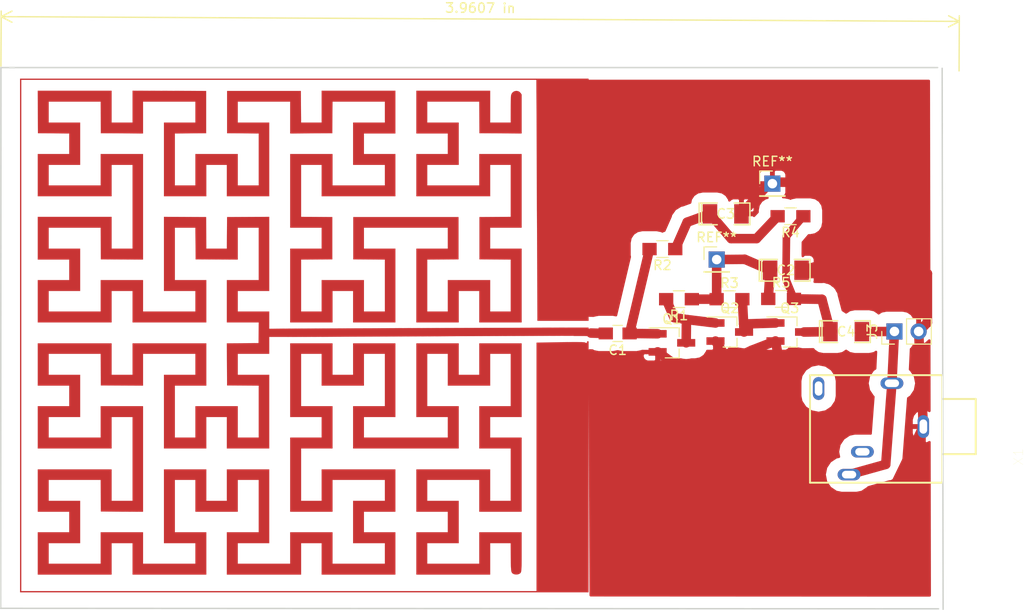
<source format=kicad_pcb>
(kicad_pcb (version 20171130) (host pcbnew "(6.0.0-rc1-dev-209-g91e3d21d6)")

  (general
    (thickness 1.6)
    (drawings 6)
    (tracks 56)
    (zones 0)
    (modules 17)
    (nets 12)
  )

  (page A4)
  (layers
    (0 F.Cu signal)
    (31 B.Cu signal)
    (32 B.Adhes user)
    (33 F.Adhes user)
    (34 B.Paste user)
    (35 F.Paste user)
    (36 B.SilkS user)
    (37 F.SilkS user)
    (38 B.Mask user)
    (39 F.Mask user)
    (40 Dwgs.User user)
    (41 Cmts.User user)
    (42 Eco1.User user)
    (43 Eco2.User user)
    (44 Edge.Cuts user)
    (45 Margin user)
    (46 B.CrtYd user)
    (47 F.CrtYd user)
    (48 B.Fab user)
    (49 F.Fab user)
  )

  (setup
    (last_trace_width 1)
    (user_trace_width 0.5)
    (user_trace_width 0.6)
    (user_trace_width 0.8)
    (user_trace_width 1)
    (trace_clearance 0.2)
    (zone_clearance 1.2)
    (zone_45_only no)
    (trace_min 0.2)
    (via_size 0.8)
    (via_drill 0.4)
    (via_min_size 0.4)
    (via_min_drill 0.3)
    (uvia_size 0.3)
    (uvia_drill 0.1)
    (uvias_allowed no)
    (uvia_min_size 0.2)
    (uvia_min_drill 0.1)
    (edge_width 0.15)
    (segment_width 0.2)
    (pcb_text_width 0.3)
    (pcb_text_size 1.5 1.5)
    (mod_edge_width 0.15)
    (mod_text_size 1 1)
    (mod_text_width 0.15)
    (pad_size 1.7 1.7)
    (pad_drill 1)
    (pad_to_mask_clearance 0.051)
    (solder_mask_min_width 0.25)
    (aux_axis_origin 0 0)
    (visible_elements FFFFF77F)
    (pcbplotparams
      (layerselection 0x00000_7fffffff)
      (usegerberextensions false)
      (usegerberattributes false)
      (usegerberadvancedattributes false)
      (creategerberjobfile false)
      (excludeedgelayer true)
      (linewidth 0.050000)
      (plotframeref false)
      (viasonmask false)
      (mode 1)
      (useauxorigin false)
      (hpglpennumber 1)
      (hpglpenspeed 20)
      (hpglpendiameter 15.000000)
      (psnegative false)
      (psa4output false)
      (plotreference true)
      (plotvalue true)
      (plotinvisibletext false)
      (padsonsilk false)
      (subtractmaskfromsilk false)
      (outputformat 3)
      (mirror false)
      (drillshape 0)
      (scaleselection 1)
      (outputdirectory ""))
  )

  (net 0 "")
  (net 1 "Net-(C1-Pad1)")
  (net 2 "Net-(C1-Pad2)")
  (net 3 "Net-(C2-Pad1)")
  (net 4 GND)
  (net 5 "Net-(C4-Pad1)")
  (net 6 "Net-(C4-Pad2)")
  (net 7 "Net-(Q1-Pad3)")
  (net 8 "Net-(Q2-Pad3)")
  (net 9 "Net-(C3-Pad1)")
  (net 10 "Net-(X1-Pad4)")
  (net 11 "Net-(X1-Pad5)")

  (net_class Default "This is the default net class."
    (clearance 0.2)
    (trace_width 0.25)
    (via_dia 0.8)
    (via_drill 0.4)
    (uvia_dia 0.3)
    (uvia_drill 0.1)
    (add_net GND)
    (add_net "Net-(C1-Pad1)")
    (add_net "Net-(C1-Pad2)")
    (add_net "Net-(C2-Pad1)")
    (add_net "Net-(C3-Pad1)")
    (add_net "Net-(C4-Pad1)")
    (add_net "Net-(C4-Pad2)")
    (add_net "Net-(Q1-Pad3)")
    (add_net "Net-(Q2-Pad3)")
    (add_net "Net-(X1-Pad4)")
    (add_net "Net-(X1-Pad5)")
  )

  (module detektor_new:1503_09 (layer F.Cu) (tedit 60A7A873) (tstamp 60BA2BE0)
    (at 158.525 96.825 270)
    (descr "<b>Jack connectors according to JISC 6560, 3.5 mm</b><p>Klinkeneinbaukupplung nach JISC 6560, 3,5 mm, 3-polig/<br>stereo, abgewinkelte Ausführung, mit 2 Öffnern und Lötaugen,<br>für Leiterplatten Rückseitenmontage<p>Source: http://www.lumberg.com/Produkte/PDFs/1503_09.pdf")
    (path /60A86B04)
    (fp_text reference X1 (at 3.175 -7.875 270) (layer F.SilkS)
      (effects (font (size 1 1) (thickness 0.015)))
    )
    (fp_text value 1503_09 (at 4.445 18.605 270) (layer F.Fab)
      (effects (font (size 1 1) (thickness 0.015)))
    )
    (fp_line (start -5.4 0.1) (end 5.9 0.1) (layer F.SilkS) (width 0.2032))
    (fp_line (start 5.9 0.1) (end 5.9 14) (layer F.SilkS) (width 0.2032))
    (fp_line (start 5.9 14) (end -5.4 14) (layer F.SilkS) (width 0.2032))
    (fp_line (start -5.4 14) (end -5.4 0.1) (layer F.SilkS) (width 0.2032))
    (fp_line (start -2.9 0) (end -2.9 -3.4) (layer F.SilkS) (width 0.2032))
    (fp_line (start -2.9 -3.4) (end 2.9 -3.4) (layer F.SilkS) (width 0.2032))
    (fp_line (start 2.9 -3.4) (end 2.9 0) (layer F.SilkS) (width 0.2032))
    (pad 1 thru_hole oval (at 0 2.1 270) (size 2.4 1.2) (drill oval 1.5 0.8) (layers *.Cu *.Mask)
      (net 4 GND))
    (pad 2 thru_hole oval (at -4.55 5.4 270) (size 1.2 2.4) (drill oval 0.8 1.5) (layers *.Cu *.Mask)
      (net 6 "Net-(C4-Pad2)"))
    (pad 3 thru_hole oval (at 5.05 9.9 270) (size 1.2 2.4) (drill oval 0.8 1.5) (layers *.Cu *.Mask)
      (net 6 "Net-(C4-Pad2)"))
    (pad 4 thru_hole oval (at -4 13.1 270) (size 2.4 1.2) (drill oval 1.5 0.8) (layers *.Cu *.Mask)
      (net 10 "Net-(X1-Pad4)"))
    (pad 5 thru_hole oval (at 2.65 8.5 270) (size 1.2 2.4) (drill oval 0.8 1.5) (layers *.Cu *.Mask)
      (net 11 "Net-(X1-Pad5)"))
  )

  (module Pin_Headers:Pin_Header_Straight_1x01_Pitch2.54mm (layer F.Cu) (tedit 6091642D) (tstamp 6093994B)
    (at 134.725 79.275)
    (descr "Through hole straight pin header, 1x01, 2.54mm pitch, single row")
    (tags "Through hole pin header THT 1x01 2.54mm single row")
    (fp_text reference REF** (at 0 -2.33) (layer F.SilkS)
      (effects (font (size 1 1) (thickness 0.15)))
    )
    (fp_text value power (at 0 2.33) (layer F.Fab)
      (effects (font (size 1 1) (thickness 0.15)))
    )
    (fp_text user %R (at -3.075 -0.525 90) (layer F.Fab)
      (effects (font (size 1 1) (thickness 0.15)))
    )
    (fp_line (start 1.8 -1.8) (end -1.8 -1.8) (layer F.CrtYd) (width 0.05))
    (fp_line (start 1.8 1.8) (end 1.8 -1.8) (layer F.CrtYd) (width 0.05))
    (fp_line (start -1.8 1.8) (end 1.8 1.8) (layer F.CrtYd) (width 0.05))
    (fp_line (start -1.8 -1.8) (end -1.8 1.8) (layer F.CrtYd) (width 0.05))
    (fp_line (start -1.33 -1.33) (end 0 -1.33) (layer F.SilkS) (width 0.12))
    (fp_line (start -1.33 0) (end -1.33 -1.33) (layer F.SilkS) (width 0.12))
    (fp_line (start -1.33 1.27) (end 1.33 1.27) (layer F.SilkS) (width 0.12))
    (fp_line (start 1.33 1.27) (end 1.33 1.33) (layer F.SilkS) (width 0.12))
    (fp_line (start -1.33 1.27) (end -1.33 1.33) (layer F.SilkS) (width 0.12))
    (fp_line (start -1.33 1.33) (end 1.33 1.33) (layer F.SilkS) (width 0.12))
    (fp_line (start -1.27 -0.635) (end -0.635 -1.27) (layer F.Fab) (width 0.1))
    (fp_line (start -1.27 1.27) (end -1.27 -0.635) (layer F.Fab) (width 0.1))
    (fp_line (start 1.27 1.27) (end -1.27 1.27) (layer F.Fab) (width 0.1))
    (fp_line (start 1.27 -1.27) (end 1.27 1.27) (layer F.Fab) (width 0.1))
    (fp_line (start -0.635 -1.27) (end 1.27 -1.27) (layer F.Fab) (width 0.1))
    (pad 1 thru_hole rect (at 0 0) (size 1.7 1.7) (drill 1) (layers *.Cu *.Mask)
      (net 3 "Net-(C2-Pad1)"))
    (model ${KISYS3DMOD}/Pin_Headers.3dshapes/Pin_Header_Straight_1x01_Pitch2.54mm.wrl
      (at (xyz 0 0 0))
      (scale (xyz 1 1 1))
      (rotate (xyz 0 0 0))
    )
  )

  (module detektor_new_kicad:hilbert (layer F.Cu) (tedit 0) (tstamp 60A7A2B5)
    (at 91.425 87.275 90)
    (fp_text reference G*** (at 0 0 90) (layer F.Cu) hide
      (effects (font (size 1.524 1.524) (thickness 0.3)))
    )
    (fp_text value LOGO (at 0.75 0 90) (layer F.Cu) hide
      (effects (font (size 1.524 1.524) (thickness 0.3)))
    )
    (fp_poly (pts (xy 25.738667 -20.235334) (xy 22.394333 -20.235334) (xy 22.394333 -18.034) (xy 25.739112 -18.034)
      (xy 25.728306 -14.171084) (xy 25.7175 -10.308167) (xy 21.2725 -10.308167) (xy 21.261419 -11.948584)
      (xy 21.250339 -13.589) (xy 15.790333 -13.589) (xy 15.790333 -11.43) (xy 19.092333 -11.43)
      (xy 19.092333 -6.985) (xy 15.790333 -6.985) (xy 15.790333 -4.783667) (xy 21.25035 -4.783667)
      (xy 21.261425 -6.44525) (xy 21.2725 -8.106834) (xy 25.7175 -8.106834) (xy 25.7175 -0.359834)
      (xy 24.055917 -0.348759) (xy 22.394333 -0.337684) (xy 22.394333 1.820333) (xy 25.738667 1.820333)
      (xy 25.738667 9.567333) (xy 21.251333 9.567333) (xy 21.251333 6.265333) (xy 19.092333 6.265333)
      (xy 19.092333 9.567333) (xy 14.647333 9.567333) (xy 14.647333 1.820333) (xy 17.949333 1.820333)
      (xy 17.949333 -0.338667) (xy 12.489327 -0.338667) (xy 12.478247 1.30175) (xy 12.467167 2.942166)
      (xy 8.022167 2.942166) (xy 8.011086 1.30175) (xy 8.000006 -0.338667) (xy 2.54 -0.338667)
      (xy 2.54 1.820333) (xy 5.842 1.820333) (xy 5.842 6.265333) (xy 2.54 6.265333)
      (xy 2.54 8.466666) (xy 8.000017 8.466666) (xy 8.022167 5.1435) (xy 12.467167 5.1435)
      (xy 12.467167 16.1925) (xy 8.022167 16.1925) (xy 8.011086 14.552083) (xy 8.000006 12.911666)
      (xy 2.54 12.911666) (xy 2.54 15.070666) (xy 5.842 15.070666) (xy 5.842 19.515666)
      (xy 2.54 19.515666) (xy 2.54 21.674666) (xy 8.000006 21.674666) (xy 8.011086 20.03425)
      (xy 8.022167 18.393833) (xy 12.467167 18.393833) (xy 12.478247 20.03425) (xy 12.489327 21.674666)
      (xy 17.949333 21.674666) (xy 17.949333 19.515666) (xy 14.647333 19.515666) (xy 14.647333 11.768666)
      (xy 19.092333 11.768666) (xy 19.092333 15.070666) (xy 21.251333 15.070666) (xy 21.251333 11.768666)
      (xy 25.738667 11.768666) (xy 25.738667 19.515666) (xy 22.394333 19.515666) (xy 22.394333 21.674666)
      (xy 23.738417 21.67651) (xy 24.077025 21.678106) (xy 24.396484 21.681749) (xy 24.68476 21.687138)
      (xy 24.929817 21.693972) (xy 25.11962 21.701949) (xy 25.242132 21.71077) (xy 25.271799 21.714875)
      (xy 25.460605 21.788224) (xy 25.601521 21.915049) (xy 25.690785 22.077924) (xy 25.724637 22.259427)
      (xy 25.699315 22.442133) (xy 25.611055 22.608617) (xy 25.488989 22.720869) (xy 25.345146 22.817666)
      (xy 21.250578 22.817666) (xy 21.261539 20.60575) (xy 21.2725 18.393833) (xy 22.934083 18.382758)
      (xy 24.595667 18.371683) (xy 24.595667 12.911666) (xy 22.394333 12.911666) (xy 22.394333 16.213666)
      (xy 17.949333 16.213666) (xy 17.949333 12.911666) (xy 15.790333 12.911666) (xy 15.790333 18.372666)
      (xy 19.092333 18.372666) (xy 19.092333 22.817666) (xy 11.345333 22.817666) (xy 11.345333 19.515666)
      (xy 9.144 19.515666) (xy 9.144 22.817666) (xy 1.397 22.817666) (xy 1.397 18.372666)
      (xy 4.699 18.372666) (xy 4.699 16.213666) (xy 1.397 16.213666) (xy 1.397 11.768666)
      (xy 9.144 11.768666) (xy 9.144 15.070666) (xy 11.345333 15.070666) (xy 11.345333 6.265333)
      (xy 9.144 6.265333) (xy 9.144 9.567333) (xy 1.397 9.567333) (xy 1.397 5.122333)
      (xy 4.699 5.122333) (xy 4.699 2.963333) (xy 1.397 2.963333) (xy 1.397 -1.481667)
      (xy 9.144 -1.481667) (xy 9.144 1.820333) (xy 11.345333 1.820333) (xy 11.345333 -1.481667)
      (xy 19.092333 -1.481667) (xy 19.092333 2.963333) (xy 15.790333 2.963333) (xy 15.790333 8.466666)
      (xy 17.949333 8.466666) (xy 17.949333 5.122333) (xy 22.394333 5.122333) (xy 22.394333 8.466666)
      (xy 24.595667 8.466666) (xy 24.595667 2.964316) (xy 22.934083 2.953241) (xy 21.2725 2.942166)
      (xy 21.261539 0.73025) (xy 21.250578 -1.481667) (xy 24.595667 -1.481667) (xy 24.595667 -6.985)
      (xy 22.394333 -6.985) (xy 22.394333 -3.683) (xy 14.647333 -3.683) (xy 14.647333 -8.128)
      (xy 17.949333 -8.128) (xy 17.949333 -10.287) (xy 14.647333 -10.287) (xy 14.647333 -14.732)
      (xy 22.394333 -14.732) (xy 22.394333 -11.43) (xy 24.595667 -11.43) (xy 24.595667 -16.933334)
      (xy 21.250578 -16.933334) (xy 21.261539 -19.14525) (xy 21.2725 -21.357167) (xy 22.934083 -21.368242)
      (xy 24.595667 -21.379317) (xy 24.595667 -26.839334) (xy 22.394333 -26.839334) (xy 22.394333 -23.537334)
      (xy 17.949333 -23.537334) (xy 17.949333 -26.839334) (xy 15.790333 -26.839334) (xy 15.790333 -21.378334)
      (xy 19.092333 -21.378334) (xy 19.092333 -16.933334) (xy 8.000245 -16.933334) (xy 8.011206 -19.14525)
      (xy 8.022167 -21.357167) (xy 11.345333 -21.379317) (xy 11.345333 -26.839334) (xy 9.144 -26.839334)
      (xy 9.144 -23.537334) (xy 4.699 -23.537334) (xy 4.699 -26.839334) (xy 2.54 -26.839334)
      (xy 2.54 -21.378334) (xy 5.842 -21.378334) (xy 5.842 -16.933334) (xy 2.54 -16.933334)
      (xy 2.54 -11.43) (xy 4.699 -11.43) (xy 4.699 -14.732) (xy 12.489088 -14.732)
      (xy 12.478127 -12.520084) (xy 12.467167 -10.308167) (xy 10.805583 -10.297092) (xy 9.144 -10.286018)
      (xy 9.144 -8.128983) (xy 10.805583 -8.117909) (xy 12.467167 -8.106834) (xy 12.478127 -5.894917)
      (xy 12.489088 -3.683) (xy 4.699 -3.683) (xy 4.699 -6.985) (xy 2.54 -6.985)
      (xy 2.54 -3.683) (xy 0.72828 -3.683) (xy 0.746277 -0.391584) (xy 0.748216 -0.020343)
      (xy 0.750375 0.422883) (xy 0.752738 0.933817) (xy 0.75529 1.508182) (xy 0.758016 2.141703)
      (xy 0.760901 2.830101) (xy 0.763929 3.569101) (xy 0.767086 4.354426) (xy 0.770357 5.181798)
      (xy 0.773726 6.046942) (xy 0.777179 6.94558) (xy 0.780701 7.873437) (xy 0.784275 8.826235)
      (xy 0.787888 9.799697) (xy 0.791525 10.789547) (xy 0.795169 11.791508) (xy 0.798807 12.801304)
      (xy 0.802422 13.814657) (xy 0.806001 14.827292) (xy 0.809527 15.83493) (xy 0.812986 16.833297)
      (xy 0.816363 17.818114) (xy 0.819643 18.785106) (xy 0.822811 19.729996) (xy 0.82585 20.648506)
      (xy 0.828748 21.53636) (xy 0.831488 22.389282) (xy 0.834055 23.202995) (xy 0.836434 23.973222)
      (xy 0.838611 24.695686) (xy 0.84057 25.366111) (xy 0.842296 25.98022) (xy 0.843774 26.533736)
      (xy 0.844989 27.022383) (xy 0.845926 27.441884) (xy 0.846569 27.787962) (xy 0.846905 28.056341)
      (xy 0.846951 28.183416) (xy 0.846667 29.845) (xy -0.032154 29.845) (xy -0.011941 29.389916)
      (xy -0.010588 29.312843) (xy -0.009656 29.154318) (xy -0.009134 28.917558) (xy -0.009012 28.605776)
      (xy -0.00928 28.222188) (xy -0.009927 27.770009) (xy -0.010942 27.252452) (xy -0.012317 26.672734)
      (xy -0.014039 26.034068) (xy -0.016099 25.33967) (xy -0.018487 24.592754) (xy -0.021191 23.796535)
      (xy -0.024203 22.954228) (xy -0.02751 22.069048) (xy -0.031103 21.144209) (xy -0.034972 20.182926)
      (xy -0.039106 19.188415) (xy -0.043495 18.163889) (xy -0.048128 17.112564) (xy -0.052995 16.037654)
      (xy -0.058086 14.942375) (xy -0.05958 14.626166) (xy -0.064855 13.507567) (xy -0.070021 12.399855)
      (xy -0.075064 11.306713) (xy -0.079967 10.231826) (xy -0.084716 9.178878) (xy -0.089295 8.151552)
      (xy -0.093689 7.153533) (xy -0.097882 6.188504) (xy -0.10186 5.260151) (xy -0.105607 4.372156)
      (xy -0.109108 3.528203) (xy -0.112348 2.731977) (xy -0.11531 1.987162) (xy -0.117981 1.297441)
      (xy -0.120344 0.666499) (xy -0.122385 0.09802) (xy -0.124088 -0.404313) (xy -0.125438 -0.836815)
      (xy -0.126419 -1.195803) (xy -0.127017 -1.477592) (xy -0.127216 -1.678498) (xy -0.127216 -1.68275)
      (xy -0.127 -3.683) (xy -1.905 -3.683) (xy -1.905 -6.985) (xy -4.106333 -6.985)
      (xy -4.106333 -3.683) (xy -11.853333 -3.683) (xy -11.853333 -8.128) (xy -8.551333 -8.128)
      (xy -8.551333 -10.287) (xy -11.853333 -10.287) (xy -11.853333 -14.732) (xy -4.106333 -14.732)
      (xy -4.106333 -11.43) (xy -1.905 -11.43) (xy -1.905 -16.933334) (xy -5.250089 -16.933334)
      (xy -5.239128 -19.14525) (xy -5.228167 -21.357167) (xy -3.566583 -21.368242) (xy -1.905 -21.379317)
      (xy -1.905 -26.839334) (xy -4.106333 -26.839334) (xy -4.106333 -23.537334) (xy -8.551333 -23.537334)
      (xy -8.551333 -26.839334) (xy -10.710333 -26.839334) (xy -10.710333 -21.378334) (xy -7.408333 -21.378334)
      (xy -7.408333 -16.933334) (xy -18.500422 -16.933334) (xy -18.489461 -19.14525) (xy -18.4785 -21.357167)
      (xy -16.816917 -21.368242) (xy -15.155333 -21.379317) (xy -15.155333 -26.839334) (xy -17.356667 -26.839334)
      (xy -17.356667 -23.537334) (xy -21.801667 -23.537334) (xy -21.801667 -26.839334) (xy -23.960667 -26.839334)
      (xy -23.960667 -21.378334) (xy -20.658667 -21.378334) (xy -20.658667 -16.933334) (xy -23.960667 -16.933334)
      (xy -23.960667 -11.43) (xy -21.801667 -11.43) (xy -21.801667 -14.732) (xy -14.054667 -14.732)
      (xy -14.054667 -10.287) (xy -17.356667 -10.287) (xy -17.356667 -8.128) (xy -14.054667 -8.128)
      (xy -14.054667 -3.683) (xy -21.801667 -3.683) (xy -21.801667 -6.985) (xy -23.960667 -6.985)
      (xy -23.960667 -1.481667) (xy -20.658667 -1.481667) (xy -20.658667 2.963333) (xy -23.960667 2.963333)
      (xy -23.960667 8.466666) (xy -21.801667 8.466666) (xy -21.801667 5.122333) (xy -17.356667 5.122333)
      (xy -17.356667 8.466666) (xy -15.155333 8.466666) (xy -15.155333 2.963333) (xy -18.499667 2.963333)
      (xy -18.499667 -1.481667) (xy -10.710333 -1.481667) (xy -10.710333 1.820333) (xy -8.551333 1.820333)
      (xy -8.551333 -1.481667) (xy -0.804333 -1.481667) (xy -0.804333 2.963333) (xy -4.106333 2.963333)
      (xy -4.106333 5.122333) (xy -0.804333 5.122333) (xy -0.804333 9.567333) (xy -8.551333 9.567333)
      (xy -8.551333 6.265333) (xy -10.710333 6.265333) (xy -10.710333 15.070666) (xy -8.551333 15.070666)
      (xy -8.551333 11.768666) (xy -0.804333 11.768666) (xy -0.804333 16.213666) (xy -4.106333 16.213666)
      (xy -4.106333 18.372666) (xy -0.804333 18.372666) (xy -0.804333 22.817666) (xy -8.551333 22.817666)
      (xy -8.551333 19.515666) (xy -10.710333 19.515666) (xy -10.710333 22.817666) (xy -18.499667 22.817666)
      (xy -18.499667 18.372666) (xy -15.155333 18.372666) (xy -15.155333 12.911666) (xy -17.356667 12.911666)
      (xy -17.356667 16.213666) (xy -21.801667 16.213666) (xy -21.801667 12.911666) (xy -23.960667 12.911666)
      (xy -23.960667 18.372666) (xy -20.658667 18.372666) (xy -20.658667 22.817666) (xy -22.694718 22.817666)
      (xy -23.18056 22.817633) (xy -23.588982 22.817004) (xy -23.927235 22.814989) (xy -24.202565 22.810795)
      (xy -24.422221 22.80363) (xy -24.593451 22.792701) (xy -24.723502 22.777218) (xy -24.819624 22.756386)
      (xy -24.889064 22.729416) (xy -24.93907 22.695514) (xy -24.97689 22.653889) (xy -25.009772 22.603748)
      (xy -25.034429 22.56198) (xy -25.089411 22.401698) (xy -25.099305 22.209771) (xy -25.06377 22.026429)
      (xy -25.03945 21.969614) (xy -25.001243 21.900727) (xy -24.959181 21.844465) (xy -24.904738 21.799461)
      (xy -24.829386 21.764345) (xy -24.7246 21.737749) (xy -24.581851 21.718305) (xy -24.392612 21.704645)
      (xy -24.148357 21.6954) (xy -23.840558 21.689202) (xy -23.460688 21.684683) (xy -23.251583 21.68272)
      (xy -21.801667 21.669607) (xy -21.801667 19.515666) (xy -25.103667 19.515666) (xy -25.103667 11.768666)
      (xy -20.658667 11.768666) (xy -20.658667 15.070666) (xy -18.499667 15.070666) (xy -18.499667 11.768666)
      (xy -14.054667 11.768666) (xy -14.054667 19.515666) (xy -17.356667 19.515666) (xy -17.356667 21.674666)
      (xy -11.853333 21.674666) (xy -11.853333 18.372666) (xy -7.408333 18.372666) (xy -7.408333 21.674666)
      (xy -1.905 21.674666) (xy -1.905 19.515666) (xy -5.249333 19.515666) (xy -5.249333 15.070666)
      (xy -1.905 15.070666) (xy -1.905 12.911666) (xy -7.408333 12.911666) (xy -7.408333 16.213666)
      (xy -11.853333 16.213666) (xy -11.853333 5.122333) (xy -7.408333 5.122333) (xy -7.408333 8.466666)
      (xy -1.905 8.466666) (xy -1.905 6.265333) (xy -5.249333 6.265333) (xy -5.249333 1.820333)
      (xy -1.905 1.820333) (xy -1.905 -0.338667) (xy -7.408333 -0.338667) (xy -7.408333 2.963333)
      (xy -11.853333 2.963333) (xy -11.853333 -0.338667) (xy -17.356667 -0.338667) (xy -17.356667 1.820333)
      (xy -14.054667 1.820333) (xy -14.054667 9.567333) (xy -18.499667 9.567333) (xy -18.499667 6.265333)
      (xy -20.658667 6.265333) (xy -20.658667 9.567333) (xy -25.103667 9.567333) (xy -25.103667 1.820333)
      (xy -21.801667 1.820333) (xy -21.801667 -0.338667) (xy -25.103667 -0.338667) (xy -25.103667 -8.128)
      (xy -20.658667 -8.128) (xy -20.658667 -4.783667) (xy -15.155333 -4.783667) (xy -15.155333 -6.985)
      (xy -18.499667 -6.985) (xy -18.499667 -11.43) (xy -15.155333 -11.43) (xy -15.155333 -13.589)
      (xy -20.658667 -13.589) (xy -20.658667 -10.287) (xy -25.103667 -10.287) (xy -25.103667 -18.034)
      (xy -21.801667 -18.034) (xy -21.801667 -20.235334) (xy -25.103667 -20.235334) (xy -25.103667 -27.982334)
      (xy -20.658667 -27.982334) (xy -20.658667 -24.680334) (xy -18.499667 -24.680334) (xy -18.499667 -27.982334)
      (xy -14.054667 -27.982334) (xy -14.054667 -20.235334) (xy -17.356667 -20.235334) (xy -17.356667 -18.034)
      (xy -8.551333 -18.034) (xy -8.551333 -20.235334) (xy -11.853333 -20.235334) (xy -11.853333 -27.982334)
      (xy -7.408333 -27.982334) (xy -7.408333 -24.680334) (xy -5.249333 -24.680334) (xy -5.249333 -27.982334)
      (xy -0.804333 -27.982334) (xy -0.804333 -20.235334) (xy -4.106333 -20.235334) (xy -4.106333 -18.034)
      (xy -0.804333 -18.034) (xy -0.804333 -10.287) (xy -5.249333 -10.287) (xy -5.249333 -13.589)
      (xy -10.710333 -13.589) (xy -10.710333 -11.43) (xy -7.408333 -11.43) (xy -7.408333 -6.985)
      (xy -10.710333 -6.985) (xy -10.710333 -4.783667) (xy -5.250316 -4.783667) (xy -5.239242 -6.44525)
      (xy -5.228167 -8.106834) (xy -3.016742 -8.117795) (xy -0.805317 -8.128755) (xy -0.794242 -6.466795)
      (xy -0.783167 -4.804834) (xy 0.306917 -4.793536) (xy 1.397 -4.782238) (xy 1.397 -8.128)
      (xy 5.842 -8.128) (xy 5.842 -4.783667) (xy 11.345333 -4.783667) (xy 11.345333 -6.985)
      (xy 8.000245 -6.985) (xy 8.022167 -11.408834) (xy 9.68375 -11.419909) (xy 11.345333 -11.430983)
      (xy 11.345333 -13.589) (xy 5.842 -13.589) (xy 5.842 -10.287) (xy 1.397 -10.287)
      (xy 1.397 -18.034) (xy 4.699 -18.034) (xy 4.699 -20.235334) (xy 1.397 -20.235334)
      (xy 1.397 -27.982334) (xy 5.842 -27.982334) (xy 5.842 -24.680334) (xy 8.001 -24.680334)
      (xy 8.001 -27.982334) (xy 12.488333 -27.982334) (xy 12.488333 -20.235334) (xy 9.144 -20.235334)
      (xy 9.144 -18.034) (xy 17.949333 -18.034) (xy 17.949333 -20.235334) (xy 14.647333 -20.235334)
      (xy 14.647333 -27.982334) (xy 19.092333 -27.982334) (xy 19.092333 -24.680334) (xy 21.250339 -24.680334)
      (xy 21.261419 -26.32075) (xy 21.2725 -27.961167) (xy 23.505583 -27.972125) (xy 25.738667 -27.983082)
      (xy 25.738667 -20.235334)) (layer F.Cu) (width 0.01))
    (fp_poly (pts (xy 27.008667 29.845) (xy 1.566333 29.845) (xy 1.566333 24.480979) (xy 7.736417 24.453697)
      (xy 8.573632 24.450006) (xy 9.48276 24.446017) (xy 10.451047 24.441785) (xy 11.465738 24.437366)
      (xy 12.51408 24.432814) (xy 13.58332 24.428185) (xy 14.660703 24.423534) (xy 15.733477 24.418916)
      (xy 16.788886 24.414385) (xy 17.814178 24.409997) (xy 18.796599 24.405808) (xy 19.723394 24.401871)
      (xy 20.394083 24.399035) (xy 26.881667 24.371654) (xy 26.881667 -29.718) (xy -26.839333 -29.718)
      (xy -26.839333 24.384) (xy -0.73336 24.384) (xy -0.705347 25.78791) (xy -0.697982 26.197705)
      (xy -0.691341 26.645266) (xy -0.685691 27.106357) (xy -0.681296 27.556745) (xy -0.678423 27.972193)
      (xy -0.677336 28.328466) (xy -0.677333 28.344548) (xy -0.677853 28.691668) (xy -0.679752 28.96333)
      (xy -0.683541 29.16874) (xy -0.689731 29.3171) (xy -0.698831 29.417616) (xy -0.711353 29.479493)
      (xy -0.727807 29.511934) (xy -0.742659 29.522342) (xy -0.785064 29.559286) (xy -0.763807 29.629953)
      (xy -0.76318 29.631128) (xy -0.701958 29.690035) (xy -0.655521 29.690727) (xy -0.604592 29.69792)
      (xy -0.592667 29.755804) (xy -0.592667 29.845) (xy -26.966333 29.845) (xy -26.966333 -29.845)
      (xy 27.008667 -29.845) (xy 27.008667 29.845)) (layer F.Cu) (width 0.01))
  )

  (module Resistors_SMD:R_0805_HandSoldering (layer F.Cu) (tedit 58E0A804) (tstamp 605AB799)
    (at 142.475 74.725 180)
    (descr "Resistor SMD 0805, hand soldering")
    (tags "resistor 0805")
    (path /605690C7)
    (attr smd)
    (fp_text reference R4 (at 0 -1.7 180) (layer F.SilkS)
      (effects (font (size 1 1) (thickness 0.15)))
    )
    (fp_text value 100K (at 0 1.75 180) (layer F.Fab)
      (effects (font (size 1 1) (thickness 0.15)))
    )
    (fp_text user %R (at 0 0 180) (layer F.Fab)
      (effects (font (size 0.5 0.5) (thickness 0.075)))
    )
    (fp_line (start -1 0.62) (end -1 -0.62) (layer F.Fab) (width 0.1))
    (fp_line (start 1 0.62) (end -1 0.62) (layer F.Fab) (width 0.1))
    (fp_line (start 1 -0.62) (end 1 0.62) (layer F.Fab) (width 0.1))
    (fp_line (start -1 -0.62) (end 1 -0.62) (layer F.Fab) (width 0.1))
    (fp_line (start 0.6 0.88) (end -0.6 0.88) (layer F.SilkS) (width 0.12))
    (fp_line (start -0.6 -0.88) (end 0.6 -0.88) (layer F.SilkS) (width 0.12))
    (fp_line (start -2.35 -0.9) (end 2.35 -0.9) (layer F.CrtYd) (width 0.05))
    (fp_line (start -2.35 -0.9) (end -2.35 0.9) (layer F.CrtYd) (width 0.05))
    (fp_line (start 2.35 0.9) (end 2.35 -0.9) (layer F.CrtYd) (width 0.05))
    (fp_line (start 2.35 0.9) (end -2.35 0.9) (layer F.CrtYd) (width 0.05))
    (pad 1 smd rect (at -1.35 0 180) (size 1.5 1.3) (layers F.Cu F.Paste F.Mask)
      (net 5 "Net-(C4-Pad1)"))
    (pad 2 smd rect (at 1.35 0 180) (size 1.5 1.3) (layers F.Cu F.Paste F.Mask)
      (net 9 "Net-(C3-Pad1)"))
    (model ${KISYS3DMOD}/Resistors_SMD.3dshapes/R_0805.wrl
      (at (xyz 0 0 0))
      (scale (xyz 1 1 1))
      (rotate (xyz 0 0 0))
    )
  )

  (module Capacitors_SMD:C_0805_HandSoldering (layer F.Cu) (tedit 58AA84A8) (tstamp 605AB6A7)
    (at 124.33 87.04 180)
    (descr "Capacitor SMD 0805, hand soldering")
    (tags "capacitor 0805")
    (path /6056917B)
    (attr smd)
    (fp_text reference C1 (at 0 -1.75 180) (layer F.SilkS)
      (effects (font (size 1 1) (thickness 0.15)))
    )
    (fp_text value 100n (at 0 1.75 180) (layer F.Fab)
      (effects (font (size 1 1) (thickness 0.15)))
    )
    (fp_text user %R (at 0 -1.75 180) (layer F.Fab)
      (effects (font (size 1 1) (thickness 0.15)))
    )
    (fp_line (start -1 0.62) (end -1 -0.62) (layer F.Fab) (width 0.1))
    (fp_line (start 1 0.62) (end -1 0.62) (layer F.Fab) (width 0.1))
    (fp_line (start 1 -0.62) (end 1 0.62) (layer F.Fab) (width 0.1))
    (fp_line (start -1 -0.62) (end 1 -0.62) (layer F.Fab) (width 0.1))
    (fp_line (start 0.5 -0.85) (end -0.5 -0.85) (layer F.SilkS) (width 0.12))
    (fp_line (start -0.5 0.85) (end 0.5 0.85) (layer F.SilkS) (width 0.12))
    (fp_line (start -2.25 -0.88) (end 2.25 -0.88) (layer F.CrtYd) (width 0.05))
    (fp_line (start -2.25 -0.88) (end -2.25 0.87) (layer F.CrtYd) (width 0.05))
    (fp_line (start 2.25 0.87) (end 2.25 -0.88) (layer F.CrtYd) (width 0.05))
    (fp_line (start 2.25 0.87) (end -2.25 0.87) (layer F.CrtYd) (width 0.05))
    (pad 1 smd rect (at -1.25 0 180) (size 1.5 1.25) (layers F.Cu F.Paste F.Mask)
      (net 1 "Net-(C1-Pad1)"))
    (pad 2 smd rect (at 1.25 0 180) (size 1.5 1.25) (layers F.Cu F.Paste F.Mask)
      (net 2 "Net-(C1-Pad2)"))
    (model Capacitors_SMD.3dshapes/C_0805.wrl
      (at (xyz 0 0 0))
      (scale (xyz 1 1 1))
      (rotate (xyz 0 0 0))
    )
  )

  (module SMD_Packages:SMD-1206_Pol (layer F.Cu) (tedit 0) (tstamp 605AB6B6)
    (at 141.989 80.4)
    (path /6056940E)
    (attr smd)
    (fp_text reference C2 (at 0 0) (layer F.SilkS)
      (effects (font (size 1 1) (thickness 0.15)))
    )
    (fp_text value 10u (at 1.611 -2.2) (layer F.Fab)
      (effects (font (size 1 1) (thickness 0.15)))
    )
    (fp_line (start -2.54 -1.143) (end -2.794 -1.143) (layer F.SilkS) (width 0.15))
    (fp_line (start -2.794 -1.143) (end -2.794 1.143) (layer F.SilkS) (width 0.15))
    (fp_line (start -2.794 1.143) (end -2.54 1.143) (layer F.SilkS) (width 0.15))
    (fp_line (start -2.54 -1.143) (end -2.54 1.143) (layer F.SilkS) (width 0.15))
    (fp_line (start -2.54 1.143) (end -0.889 1.143) (layer F.SilkS) (width 0.15))
    (fp_line (start 0.889 -1.143) (end 2.54 -1.143) (layer F.SilkS) (width 0.15))
    (fp_line (start 2.54 -1.143) (end 2.54 1.143) (layer F.SilkS) (width 0.15))
    (fp_line (start 2.54 1.143) (end 0.889 1.143) (layer F.SilkS) (width 0.15))
    (fp_line (start -0.889 -1.143) (end -2.54 -1.143) (layer F.SilkS) (width 0.15))
    (pad 1 smd rect (at -1.651 0) (size 1.524 2.032) (layers F.Cu F.Paste F.Mask)
      (net 3 "Net-(C2-Pad1)"))
    (pad 2 smd rect (at 1.651 0) (size 1.524 2.032) (layers F.Cu F.Paste F.Mask)
      (net 4 GND))
    (model SMD_Packages.3dshapes/SMD-1206_Pol.wrl
      (at (xyz 0 0 0))
      (scale (xyz 0.17 0.16 0.16))
      (rotate (xyz 0 0 0))
    )
  )

  (module SMD_Packages:SMD-1206_Pol (layer F.Cu) (tedit 0) (tstamp 605AB6C5)
    (at 135.674 74.475)
    (path /60569673)
    (attr smd)
    (fp_text reference C3 (at 0 0) (layer F.SilkS)
      (effects (font (size 1 1) (thickness 0.15)))
    )
    (fp_text value 10u (at 0.151 -2.5) (layer F.Fab)
      (effects (font (size 1 1) (thickness 0.15)))
    )
    (fp_line (start -0.889 -1.143) (end -2.54 -1.143) (layer F.SilkS) (width 0.15))
    (fp_line (start 2.54 1.143) (end 0.889 1.143) (layer F.SilkS) (width 0.15))
    (fp_line (start 2.54 -1.143) (end 2.54 1.143) (layer F.SilkS) (width 0.15))
    (fp_line (start 0.889 -1.143) (end 2.54 -1.143) (layer F.SilkS) (width 0.15))
    (fp_line (start -2.54 1.143) (end -0.889 1.143) (layer F.SilkS) (width 0.15))
    (fp_line (start -2.54 -1.143) (end -2.54 1.143) (layer F.SilkS) (width 0.15))
    (fp_line (start -2.794 1.143) (end -2.54 1.143) (layer F.SilkS) (width 0.15))
    (fp_line (start -2.794 -1.143) (end -2.794 1.143) (layer F.SilkS) (width 0.15))
    (fp_line (start -2.54 -1.143) (end -2.794 -1.143) (layer F.SilkS) (width 0.15))
    (pad 2 smd rect (at 1.651 0) (size 1.524 2.032) (layers F.Cu F.Paste F.Mask)
      (net 4 GND))
    (pad 1 smd rect (at -1.651 0) (size 1.524 2.032) (layers F.Cu F.Paste F.Mask)
      (net 9 "Net-(C3-Pad1)"))
    (model SMD_Packages.3dshapes/SMD-1206_Pol.wrl
      (at (xyz 0 0 0))
      (scale (xyz 0.17 0.16 0.16))
      (rotate (xyz 0 0 0))
    )
  )

  (module SMD_Packages:SMD-1206_Pol (layer F.Cu) (tedit 0) (tstamp 605AB6D4)
    (at 148.319 86.85)
    (path /6056991A)
    (attr smd)
    (fp_text reference C4 (at 0 0) (layer F.SilkS)
      (effects (font (size 1 1) (thickness 0.15)))
    )
    (fp_text value 10u (at 0.006 -2.225) (layer F.Fab)
      (effects (font (size 1 1) (thickness 0.15)))
    )
    (fp_line (start -2.54 -1.143) (end -2.794 -1.143) (layer F.SilkS) (width 0.15))
    (fp_line (start -2.794 -1.143) (end -2.794 1.143) (layer F.SilkS) (width 0.15))
    (fp_line (start -2.794 1.143) (end -2.54 1.143) (layer F.SilkS) (width 0.15))
    (fp_line (start -2.54 -1.143) (end -2.54 1.143) (layer F.SilkS) (width 0.15))
    (fp_line (start -2.54 1.143) (end -0.889 1.143) (layer F.SilkS) (width 0.15))
    (fp_line (start 0.889 -1.143) (end 2.54 -1.143) (layer F.SilkS) (width 0.15))
    (fp_line (start 2.54 -1.143) (end 2.54 1.143) (layer F.SilkS) (width 0.15))
    (fp_line (start 2.54 1.143) (end 0.889 1.143) (layer F.SilkS) (width 0.15))
    (fp_line (start -0.889 -1.143) (end -2.54 -1.143) (layer F.SilkS) (width 0.15))
    (pad 1 smd rect (at -1.651 0) (size 1.524 2.032) (layers F.Cu F.Paste F.Mask)
      (net 5 "Net-(C4-Pad1)"))
    (pad 2 smd rect (at 1.651 0) (size 1.524 2.032) (layers F.Cu F.Paste F.Mask)
      (net 6 "Net-(C4-Pad2)"))
    (model SMD_Packages.3dshapes/SMD-1206_Pol.wrl
      (at (xyz 0 0 0))
      (scale (xyz 0.17 0.16 0.16))
      (rotate (xyz 0 0 0))
    )
  )

  (module Pin_Headers:Pin_Header_Straight_1x02_Pitch2.54mm (layer F.Cu) (tedit 59650532) (tstamp 605AB716)
    (at 153.39 86.83 90)
    (descr "Through hole straight pin header, 1x02, 2.54mm pitch, single row")
    (tags "Through hole pin header THT 1x02 2.54mm single row")
    (path /6056D6BC)
    (fp_text reference J3 (at 0 -2.33 90) (layer F.SilkS)
      (effects (font (size 1 1) (thickness 0.15)))
    )
    (fp_text value OUT (at 0 4.87 90) (layer F.Fab)
      (effects (font (size 1 1) (thickness 0.15)))
    )
    (fp_line (start -0.635 -1.27) (end 1.27 -1.27) (layer F.Fab) (width 0.1))
    (fp_line (start 1.27 -1.27) (end 1.27 3.81) (layer F.Fab) (width 0.1))
    (fp_line (start 1.27 3.81) (end -1.27 3.81) (layer F.Fab) (width 0.1))
    (fp_line (start -1.27 3.81) (end -1.27 -0.635) (layer F.Fab) (width 0.1))
    (fp_line (start -1.27 -0.635) (end -0.635 -1.27) (layer F.Fab) (width 0.1))
    (fp_line (start -1.33 3.87) (end 1.33 3.87) (layer F.SilkS) (width 0.12))
    (fp_line (start -1.33 1.27) (end -1.33 3.87) (layer F.SilkS) (width 0.12))
    (fp_line (start 1.33 1.27) (end 1.33 3.87) (layer F.SilkS) (width 0.12))
    (fp_line (start -1.33 1.27) (end 1.33 1.27) (layer F.SilkS) (width 0.12))
    (fp_line (start -1.33 0) (end -1.33 -1.33) (layer F.SilkS) (width 0.12))
    (fp_line (start -1.33 -1.33) (end 0 -1.33) (layer F.SilkS) (width 0.12))
    (fp_line (start -1.8 -1.8) (end -1.8 4.35) (layer F.CrtYd) (width 0.05))
    (fp_line (start -1.8 4.35) (end 1.8 4.35) (layer F.CrtYd) (width 0.05))
    (fp_line (start 1.8 4.35) (end 1.8 -1.8) (layer F.CrtYd) (width 0.05))
    (fp_line (start 1.8 -1.8) (end -1.8 -1.8) (layer F.CrtYd) (width 0.05))
    (fp_text user %R (at 0 1.27 180) (layer F.Fab)
      (effects (font (size 1 1) (thickness 0.15)))
    )
    (pad 1 thru_hole rect (at 0 0 90) (size 1.7 1.7) (drill 1) (layers *.Cu *.Mask)
      (net 6 "Net-(C4-Pad2)"))
    (pad 2 thru_hole oval (at 0 2.54 90) (size 1.7 1.7) (drill 1) (layers *.Cu *.Mask)
      (net 4 GND))
    (model ${KISYS3DMOD}/Pin_Headers.3dshapes/Pin_Header_Straight_1x02_Pitch2.54mm.wrl
      (at (xyz 0 0 0))
      (scale (xyz 1 1 1))
      (rotate (xyz 0 0 0))
    )
  )

  (module TO_SOT_Packages_SMD:SOT-23_Handsoldering (layer F.Cu) (tedit 58CE4E7E) (tstamp 605AB72B)
    (at 130.025 88.025)
    (descr "SOT-23, Handsoldering")
    (tags SOT-23)
    (path /60570D72)
    (attr smd)
    (fp_text reference Q1 (at 0 -2.5) (layer F.SilkS)
      (effects (font (size 1 1) (thickness 0.15)))
    )
    (fp_text value 517-BEC (at -1.05 6.65) (layer F.Fab)
      (effects (font (size 1 1) (thickness 0.15)))
    )
    (fp_text user %R (at 0 0) (layer F.Fab)
      (effects (font (size 0.5 0.5) (thickness 0.075)))
    )
    (fp_line (start 0.76 1.58) (end 0.76 0.65) (layer F.SilkS) (width 0.12))
    (fp_line (start 0.76 -1.58) (end 0.76 -0.65) (layer F.SilkS) (width 0.12))
    (fp_line (start -2.7 -1.75) (end 2.7 -1.75) (layer F.CrtYd) (width 0.05))
    (fp_line (start 2.7 -1.75) (end 2.7 1.75) (layer F.CrtYd) (width 0.05))
    (fp_line (start 2.7 1.75) (end -2.7 1.75) (layer F.CrtYd) (width 0.05))
    (fp_line (start -2.7 1.75) (end -2.7 -1.75) (layer F.CrtYd) (width 0.05))
    (fp_line (start 0.76 -1.58) (end -2.4 -1.58) (layer F.SilkS) (width 0.12))
    (fp_line (start -0.7 -0.95) (end -0.7 1.5) (layer F.Fab) (width 0.1))
    (fp_line (start -0.15 -1.52) (end 0.7 -1.52) (layer F.Fab) (width 0.1))
    (fp_line (start -0.7 -0.95) (end -0.15 -1.52) (layer F.Fab) (width 0.1))
    (fp_line (start 0.7 -1.52) (end 0.7 1.52) (layer F.Fab) (width 0.1))
    (fp_line (start -0.7 1.52) (end 0.7 1.52) (layer F.Fab) (width 0.1))
    (fp_line (start 0.76 1.58) (end -0.7 1.58) (layer F.SilkS) (width 0.12))
    (pad 1 smd rect (at -1.5 -0.95) (size 1.9 0.8) (layers F.Cu F.Paste F.Mask)
      (net 1 "Net-(C1-Pad1)"))
    (pad 2 smd rect (at -1.5 0.95) (size 1.9 0.8) (layers F.Cu F.Paste F.Mask)
      (net 4 GND))
    (pad 3 smd rect (at 1.5 0) (size 1.9 0.8) (layers F.Cu F.Paste F.Mask)
      (net 7 "Net-(Q1-Pad3)"))
    (model ${KISYS3DMOD}/TO_SOT_Packages_SMD.3dshapes\SOT-23.wrl
      (at (xyz 0 0 0))
      (scale (xyz 1 1 1))
      (rotate (xyz 0 0 0))
    )
  )

  (module TO_SOT_Packages_SMD:SOT-23_Handsoldering (layer F.Cu) (tedit 58CE4E7E) (tstamp 605AB740)
    (at 136.1 86.89)
    (descr "SOT-23, Handsoldering")
    (tags SOT-23)
    (path /605710A0)
    (attr smd)
    (fp_text reference Q2 (at 0 -2.5) (layer F.SilkS)
      (effects (font (size 1 1) (thickness 0.15)))
    )
    (fp_text value 847-BEC (at -0.075 4.81) (layer F.Fab)
      (effects (font (size 1 1) (thickness 0.15)))
    )
    (fp_line (start 0.76 1.58) (end -0.7 1.58) (layer F.SilkS) (width 0.12))
    (fp_line (start -0.7 1.52) (end 0.7 1.52) (layer F.Fab) (width 0.1))
    (fp_line (start 0.7 -1.52) (end 0.7 1.52) (layer F.Fab) (width 0.1))
    (fp_line (start -0.7 -0.95) (end -0.15 -1.52) (layer F.Fab) (width 0.1))
    (fp_line (start -0.15 -1.52) (end 0.7 -1.52) (layer F.Fab) (width 0.1))
    (fp_line (start -0.7 -0.95) (end -0.7 1.5) (layer F.Fab) (width 0.1))
    (fp_line (start 0.76 -1.58) (end -2.4 -1.58) (layer F.SilkS) (width 0.12))
    (fp_line (start -2.7 1.75) (end -2.7 -1.75) (layer F.CrtYd) (width 0.05))
    (fp_line (start 2.7 1.75) (end -2.7 1.75) (layer F.CrtYd) (width 0.05))
    (fp_line (start 2.7 -1.75) (end 2.7 1.75) (layer F.CrtYd) (width 0.05))
    (fp_line (start -2.7 -1.75) (end 2.7 -1.75) (layer F.CrtYd) (width 0.05))
    (fp_line (start 0.76 -1.58) (end 0.76 -0.65) (layer F.SilkS) (width 0.12))
    (fp_line (start 0.76 1.58) (end 0.76 0.65) (layer F.SilkS) (width 0.12))
    (fp_text user %R (at 0 0) (layer F.Fab)
      (effects (font (size 0.5 0.5) (thickness 0.075)))
    )
    (pad 3 smd rect (at 1.5 0) (size 1.9 0.8) (layers F.Cu F.Paste F.Mask)
      (net 8 "Net-(Q2-Pad3)"))
    (pad 2 smd rect (at -1.5 0.95) (size 1.9 0.8) (layers F.Cu F.Paste F.Mask)
      (net 4 GND))
    (pad 1 smd rect (at -1.5 -0.95) (size 1.9 0.8) (layers F.Cu F.Paste F.Mask)
      (net 7 "Net-(Q1-Pad3)"))
    (model ${KISYS3DMOD}/TO_SOT_Packages_SMD.3dshapes\SOT-23.wrl
      (at (xyz 0 0 0))
      (scale (xyz 1 1 1))
      (rotate (xyz 0 0 0))
    )
  )

  (module TO_SOT_Packages_SMD:SOT-23_Handsoldering (layer F.Cu) (tedit 58CE4E7E) (tstamp 605AB755)
    (at 142.4 86.89)
    (descr "SOT-23, Handsoldering")
    (tags SOT-23)
    (path /60571192)
    (attr smd)
    (fp_text reference Q3 (at 0 -2.5) (layer F.SilkS)
      (effects (font (size 1 1) (thickness 0.15)))
    )
    (fp_text value 847-BEC (at 1.2 5.535) (layer F.Fab)
      (effects (font (size 1 1) (thickness 0.15)))
    )
    (fp_text user %R (at 0 0) (layer F.Fab)
      (effects (font (size 0.5 0.5) (thickness 0.075)))
    )
    (fp_line (start 0.76 1.58) (end 0.76 0.65) (layer F.SilkS) (width 0.12))
    (fp_line (start 0.76 -1.58) (end 0.76 -0.65) (layer F.SilkS) (width 0.12))
    (fp_line (start -2.7 -1.75) (end 2.7 -1.75) (layer F.CrtYd) (width 0.05))
    (fp_line (start 2.7 -1.75) (end 2.7 1.75) (layer F.CrtYd) (width 0.05))
    (fp_line (start 2.7 1.75) (end -2.7 1.75) (layer F.CrtYd) (width 0.05))
    (fp_line (start -2.7 1.75) (end -2.7 -1.75) (layer F.CrtYd) (width 0.05))
    (fp_line (start 0.76 -1.58) (end -2.4 -1.58) (layer F.SilkS) (width 0.12))
    (fp_line (start -0.7 -0.95) (end -0.7 1.5) (layer F.Fab) (width 0.1))
    (fp_line (start -0.15 -1.52) (end 0.7 -1.52) (layer F.Fab) (width 0.1))
    (fp_line (start -0.7 -0.95) (end -0.15 -1.52) (layer F.Fab) (width 0.1))
    (fp_line (start 0.7 -1.52) (end 0.7 1.52) (layer F.Fab) (width 0.1))
    (fp_line (start -0.7 1.52) (end 0.7 1.52) (layer F.Fab) (width 0.1))
    (fp_line (start 0.76 1.58) (end -0.7 1.58) (layer F.SilkS) (width 0.12))
    (pad 1 smd rect (at -1.5 -0.95) (size 1.9 0.8) (layers F.Cu F.Paste F.Mask)
      (net 8 "Net-(Q2-Pad3)"))
    (pad 2 smd rect (at -1.5 0.95) (size 1.9 0.8) (layers F.Cu F.Paste F.Mask)
      (net 4 GND))
    (pad 3 smd rect (at 1.5 0) (size 1.9 0.8) (layers F.Cu F.Paste F.Mask)
      (net 5 "Net-(C4-Pad1)"))
    (model ${KISYS3DMOD}/TO_SOT_Packages_SMD.3dshapes\SOT-23.wrl
      (at (xyz 0 0 0))
      (scale (xyz 1 1 1))
      (rotate (xyz 0 0 0))
    )
  )

  (module Resistors_SMD:R_0805_HandSoldering (layer F.Cu) (tedit 58E0A804) (tstamp 605AB766)
    (at 130.77 83.44 180)
    (descr "Resistor SMD 0805, hand soldering")
    (tags "resistor 0805")
    (path /60568D4C)
    (attr smd)
    (fp_text reference R1 (at 0 -1.7 180) (layer F.SilkS)
      (effects (font (size 1 1) (thickness 0.15)))
    )
    (fp_text value 10K (at 0 1.75 180) (layer F.Fab)
      (effects (font (size 1 1) (thickness 0.15)))
    )
    (fp_text user %R (at 0 0 180) (layer F.Fab)
      (effects (font (size 0.5 0.5) (thickness 0.075)))
    )
    (fp_line (start -1 0.62) (end -1 -0.62) (layer F.Fab) (width 0.1))
    (fp_line (start 1 0.62) (end -1 0.62) (layer F.Fab) (width 0.1))
    (fp_line (start 1 -0.62) (end 1 0.62) (layer F.Fab) (width 0.1))
    (fp_line (start -1 -0.62) (end 1 -0.62) (layer F.Fab) (width 0.1))
    (fp_line (start 0.6 0.88) (end -0.6 0.88) (layer F.SilkS) (width 0.12))
    (fp_line (start -0.6 -0.88) (end 0.6 -0.88) (layer F.SilkS) (width 0.12))
    (fp_line (start -2.35 -0.9) (end 2.35 -0.9) (layer F.CrtYd) (width 0.05))
    (fp_line (start -2.35 -0.9) (end -2.35 0.9) (layer F.CrtYd) (width 0.05))
    (fp_line (start 2.35 0.9) (end 2.35 -0.9) (layer F.CrtYd) (width 0.05))
    (fp_line (start 2.35 0.9) (end -2.35 0.9) (layer F.CrtYd) (width 0.05))
    (pad 1 smd rect (at -1.35 0 180) (size 1.5 1.3) (layers F.Cu F.Paste F.Mask)
      (net 3 "Net-(C2-Pad1)"))
    (pad 2 smd rect (at 1.35 0 180) (size 1.5 1.3) (layers F.Cu F.Paste F.Mask)
      (net 7 "Net-(Q1-Pad3)"))
    (model ${KISYS3DMOD}/Resistors_SMD.3dshapes/R_0805.wrl
      (at (xyz 0 0 0))
      (scale (xyz 1 1 1))
      (rotate (xyz 0 0 0))
    )
  )

  (module Resistors_SMD:R_0805_HandSoldering (layer F.Cu) (tedit 58E0A804) (tstamp 605AB777)
    (at 129.025 78.175 180)
    (descr "Resistor SMD 0805, hand soldering")
    (tags "resistor 0805")
    (path /60568FE4)
    (attr smd)
    (fp_text reference R2 (at 0 -1.7 180) (layer F.SilkS)
      (effects (font (size 1 1) (thickness 0.15)))
    )
    (fp_text value 100K (at 0 1.75 180) (layer F.Fab)
      (effects (font (size 1 1) (thickness 0.15)))
    )
    (fp_line (start 2.35 0.9) (end -2.35 0.9) (layer F.CrtYd) (width 0.05))
    (fp_line (start 2.35 0.9) (end 2.35 -0.9) (layer F.CrtYd) (width 0.05))
    (fp_line (start -2.35 -0.9) (end -2.35 0.9) (layer F.CrtYd) (width 0.05))
    (fp_line (start -2.35 -0.9) (end 2.35 -0.9) (layer F.CrtYd) (width 0.05))
    (fp_line (start -0.6 -0.88) (end 0.6 -0.88) (layer F.SilkS) (width 0.12))
    (fp_line (start 0.6 0.88) (end -0.6 0.88) (layer F.SilkS) (width 0.12))
    (fp_line (start -1 -0.62) (end 1 -0.62) (layer F.Fab) (width 0.1))
    (fp_line (start 1 -0.62) (end 1 0.62) (layer F.Fab) (width 0.1))
    (fp_line (start 1 0.62) (end -1 0.62) (layer F.Fab) (width 0.1))
    (fp_line (start -1 0.62) (end -1 -0.62) (layer F.Fab) (width 0.1))
    (fp_text user %R (at 0 0 180) (layer F.Fab)
      (effects (font (size 0.5 0.5) (thickness 0.075)))
    )
    (pad 2 smd rect (at 1.35 0 180) (size 1.5 1.3) (layers F.Cu F.Paste F.Mask)
      (net 1 "Net-(C1-Pad1)"))
    (pad 1 smd rect (at -1.35 0 180) (size 1.5 1.3) (layers F.Cu F.Paste F.Mask)
      (net 9 "Net-(C3-Pad1)"))
    (model ${KISYS3DMOD}/Resistors_SMD.3dshapes/R_0805.wrl
      (at (xyz 0 0 0))
      (scale (xyz 1 1 1))
      (rotate (xyz 0 0 0))
    )
  )

  (module Resistors_SMD:R_0805_HandSoldering (layer F.Cu) (tedit 58E0A804) (tstamp 605AB788)
    (at 136.07 83.44)
    (descr "Resistor SMD 0805, hand soldering")
    (tags "resistor 0805")
    (path /60568E74)
    (attr smd)
    (fp_text reference R3 (at 0 -1.7) (layer F.SilkS)
      (effects (font (size 1 1) (thickness 0.15)))
    )
    (fp_text value 10K (at 1.03 -2.54) (layer F.Fab)
      (effects (font (size 1 1) (thickness 0.15)))
    )
    (fp_line (start 2.35 0.9) (end -2.35 0.9) (layer F.CrtYd) (width 0.05))
    (fp_line (start 2.35 0.9) (end 2.35 -0.9) (layer F.CrtYd) (width 0.05))
    (fp_line (start -2.35 -0.9) (end -2.35 0.9) (layer F.CrtYd) (width 0.05))
    (fp_line (start -2.35 -0.9) (end 2.35 -0.9) (layer F.CrtYd) (width 0.05))
    (fp_line (start -0.6 -0.88) (end 0.6 -0.88) (layer F.SilkS) (width 0.12))
    (fp_line (start 0.6 0.88) (end -0.6 0.88) (layer F.SilkS) (width 0.12))
    (fp_line (start -1 -0.62) (end 1 -0.62) (layer F.Fab) (width 0.1))
    (fp_line (start 1 -0.62) (end 1 0.62) (layer F.Fab) (width 0.1))
    (fp_line (start 1 0.62) (end -1 0.62) (layer F.Fab) (width 0.1))
    (fp_line (start -1 0.62) (end -1 -0.62) (layer F.Fab) (width 0.1))
    (fp_text user %R (at 0 0) (layer F.Fab)
      (effects (font (size 0.5 0.5) (thickness 0.075)))
    )
    (pad 2 smd rect (at 1.35 0) (size 1.5 1.3) (layers F.Cu F.Paste F.Mask)
      (net 8 "Net-(Q2-Pad3)"))
    (pad 1 smd rect (at -1.35 0) (size 1.5 1.3) (layers F.Cu F.Paste F.Mask)
      (net 3 "Net-(C2-Pad1)"))
    (model ${KISYS3DMOD}/Resistors_SMD.3dshapes/R_0805.wrl
      (at (xyz 0 0 0))
      (scale (xyz 1 1 1))
      (rotate (xyz 0 0 0))
    )
  )

  (module Resistors_SMD:R_0805_HandSoldering (layer F.Cu) (tedit 58E0A804) (tstamp 605AB7AA)
    (at 141.49 83.41)
    (descr "Resistor SMD 0805, hand soldering")
    (tags "resistor 0805")
    (path /60568F08)
    (attr smd)
    (fp_text reference R5 (at 0 -1.7) (layer F.SilkS)
      (effects (font (size 1 1) (thickness 0.15)))
    )
    (fp_text value 1K (at 4.535 -1.235) (layer F.Fab)
      (effects (font (size 1 1) (thickness 0.15)))
    )
    (fp_text user %R (at 0 0) (layer F.Fab)
      (effects (font (size 0.5 0.5) (thickness 0.075)))
    )
    (fp_line (start -1 0.62) (end -1 -0.62) (layer F.Fab) (width 0.1))
    (fp_line (start 1 0.62) (end -1 0.62) (layer F.Fab) (width 0.1))
    (fp_line (start 1 -0.62) (end 1 0.62) (layer F.Fab) (width 0.1))
    (fp_line (start -1 -0.62) (end 1 -0.62) (layer F.Fab) (width 0.1))
    (fp_line (start 0.6 0.88) (end -0.6 0.88) (layer F.SilkS) (width 0.12))
    (fp_line (start -0.6 -0.88) (end 0.6 -0.88) (layer F.SilkS) (width 0.12))
    (fp_line (start -2.35 -0.9) (end 2.35 -0.9) (layer F.CrtYd) (width 0.05))
    (fp_line (start -2.35 -0.9) (end -2.35 0.9) (layer F.CrtYd) (width 0.05))
    (fp_line (start 2.35 0.9) (end 2.35 -0.9) (layer F.CrtYd) (width 0.05))
    (fp_line (start 2.35 0.9) (end -2.35 0.9) (layer F.CrtYd) (width 0.05))
    (pad 1 smd rect (at -1.35 0) (size 1.5 1.3) (layers F.Cu F.Paste F.Mask)
      (net 3 "Net-(C2-Pad1)"))
    (pad 2 smd rect (at 1.35 0) (size 1.5 1.3) (layers F.Cu F.Paste F.Mask)
      (net 5 "Net-(C4-Pad1)"))
    (model ${KISYS3DMOD}/Resistors_SMD.3dshapes/R_0805.wrl
      (at (xyz 0 0 0))
      (scale (xyz 1 1 1))
      (rotate (xyz 0 0 0))
    )
  )

  (module Pin_Headers:Pin_Header_Straight_1x01_Pitch2.54mm (layer F.Cu) (tedit 60A7AB0C) (tstamp 60C532B5)
    (at 140.575 71.3)
    (descr "Through hole straight pin header, 1x01, 2.54mm pitch, single row")
    (tags "Through hole pin header THT 1x01 2.54mm single row")
    (fp_text reference REF** (at 0 -2.33) (layer F.SilkS)
      (effects (font (size 1 1) (thickness 0.15)))
    )
    (fp_text value GND (at 0 2.33) (layer F.Fab)
      (effects (font (size 1 1) (thickness 0.15)))
    )
    (fp_text user %R (at 1.85 -0.2 90) (layer F.Fab)
      (effects (font (size 1 1) (thickness 0.15)))
    )
    (fp_line (start 1.8 -1.8) (end -1.8 -1.8) (layer F.CrtYd) (width 0.05))
    (fp_line (start 1.8 1.8) (end 1.8 -1.8) (layer F.CrtYd) (width 0.05))
    (fp_line (start -1.8 1.8) (end 1.8 1.8) (layer F.CrtYd) (width 0.05))
    (fp_line (start -1.8 -1.8) (end -1.8 1.8) (layer F.CrtYd) (width 0.05))
    (fp_line (start -1.33 -1.33) (end 0 -1.33) (layer F.SilkS) (width 0.12))
    (fp_line (start -1.33 0) (end -1.33 -1.33) (layer F.SilkS) (width 0.12))
    (fp_line (start -1.33 1.27) (end 1.33 1.27) (layer F.SilkS) (width 0.12))
    (fp_line (start 1.33 1.27) (end 1.33 1.33) (layer F.SilkS) (width 0.12))
    (fp_line (start -1.33 1.27) (end -1.33 1.33) (layer F.SilkS) (width 0.12))
    (fp_line (start -1.33 1.33) (end 1.33 1.33) (layer F.SilkS) (width 0.12))
    (fp_line (start -1.27 -0.635) (end -0.635 -1.27) (layer F.Fab) (width 0.1))
    (fp_line (start -1.27 1.27) (end -1.27 -0.635) (layer F.Fab) (width 0.1))
    (fp_line (start 1.27 1.27) (end -1.27 1.27) (layer F.Fab) (width 0.1))
    (fp_line (start 1.27 -1.27) (end 1.27 1.27) (layer F.Fab) (width 0.1))
    (fp_line (start -0.635 -1.27) (end 1.27 -1.27) (layer F.Fab) (width 0.1))
    (pad 1 thru_hole rect (at 0 0) (size 1.7 1.7) (drill 1) (layers *.Cu *.Mask)
      (net 4 GND))
    (model ${KISYS3DMOD}/Pin_Headers.3dshapes/Pin_Header_Straight_1x01_Pitch2.54mm.wrl
      (at (xyz 0 0 0))
      (scale (xyz 1 1 1))
      (rotate (xyz 0 0 0))
    )
  )

  (dimension 100.601243 (width 0.15) (layer F.SilkS)
    (gr_text "100.601 mm" (at 109.907315 52.698281 359.7152321) (layer F.SilkS)
      (effects (font (size 1 1) (thickness 0.15)))
    )
    (feature1 (pts (xy 160.175 59.45) (xy 160.203768 53.661852)))
    (feature2 (pts (xy 59.575 58.95) (xy 59.603768 53.161852)))
    (crossbar (pts (xy 59.600854 53.748265) (xy 160.200854 54.248265)))
    (arrow1a (pts (xy 160.200854 54.248265) (xy 159.07145 54.82908)))
    (arrow1b (pts (xy 160.200854 54.248265) (xy 159.077279 53.656253)))
    (arrow2a (pts (xy 59.600854 53.748265) (xy 60.724429 54.340277)))
    (arrow2b (pts (xy 59.600854 53.748265) (xy 60.730258 53.16745)))
  )
  (gr_line (start 59.575 59.1) (end 61 59.1) (layer Edge.Cuts) (width 0.15))
  (gr_line (start 59.55 115.925) (end 59.575 59.1) (layer Edge.Cuts) (width 0.15))
  (gr_line (start 158.025 115.975) (end 59.55 115.925) (layer Edge.Cuts) (width 0.15))
  (gr_line (start 158.4 59.175) (end 158.5 116.025) (layer Edge.Cuts) (width 0.15))
  (gr_line (start 60.475 59.1) (end 157.925 59.1) (layer Edge.Cuts) (width 0.15))

  (segment (start 125.58 87.04) (end 128.525 87.075) (width 1) (layer F.Cu) (net 1))
  (segment (start 127.675 78.175) (end 125.58 87.04) (width 1) (layer F.Cu) (net 1))
  (segment (start 123.04 87) (end 123.08 87.04) (width 0.6) (layer F.Cu) (net 2))
  (segment (start 123.08 87.04) (end 121.525 87) (width 1) (layer F.Cu) (net 2))
  (segment (start 121.525 87) (end 123.04 87) (width 0.6) (layer F.Cu) (net 2))
  (segment (start 119.78 87) (end 121.525 87) (width 0.6) (layer F.Cu) (net 2))
  (segment (start 132.12 83.44) (end 134.72 83.44) (width 1) (layer F.Cu) (net 3))
  (segment (start 140.338 80.4) (end 140.14 83.41) (width 1) (layer F.Cu) (net 3))
  (segment (start 134.72 83.44) (end 134.725 79.275) (width 1) (layer F.Cu) (net 3))
  (segment (start 140.338 80.4) (end 137.675 79.25) (width 1) (layer F.Cu) (net 3))
  (segment (start 134.725 79.275) (end 137.675 79.25) (width 1) (layer F.Cu) (net 3))
  (segment (start 137.35 89.3) (end 138.425 88.8) (width 1) (layer F.Cu) (net 4))
  (segment (start 138.425 88.8) (end 140.9 87.84) (width 1) (layer F.Cu) (net 4))
  (segment (start 135.351393 88.975) (end 135.55 89.275) (width 1) (layer F.Cu) (net 4))
  (segment (start 134.6 87.84) (end 135.351393 88.975) (width 1) (layer F.Cu) (net 4))
  (segment (start 136.15 89.283333) (end 137.35 89.3) (width 1) (layer F.Cu) (net 4))
  (segment (start 135.55 89.275) (end 136.15 89.283333) (width 1) (layer F.Cu) (net 4))
  (segment (start 137.325 74.475) (end 140.375 71.125) (width 1) (layer F.Cu) (net 4))
  (segment (start 140.375 71.125) (end 146.25 71.225) (width 1) (layer F.Cu) (net 4))
  (segment (start 146.25 71.225) (end 146.725 79.6) (width 1) (layer F.Cu) (net 4))
  (segment (start 146.725 79.6) (end 143.64 80.4) (width 1) (layer F.Cu) (net 4))
  (segment (start 156.85 85.91) (end 155.93 86.83) (width 1) (layer F.Cu) (net 4))
  (segment (start 143.99 80.75) (end 156.85 80.75) (width 1) (layer F.Cu) (net 4))
  (segment (start 156.85 80.75) (end 156.85 85.91) (width 1) (layer F.Cu) (net 4))
  (segment (start 143.64 80.4) (end 143.99 80.75) (width 1) (layer F.Cu) (net 4))
  (segment (start 134.251393 90.075) (end 135.351393 88.975) (width 1) (layer F.Cu) (net 4))
  (segment (start 130.225 90.225) (end 133.975 90.225) (width 1) (layer F.Cu) (net 4))
  (segment (start 128.525 88.975) (end 130.225 90.225) (width 1) (layer F.Cu) (net 4))
  (segment (start 133.975 90.225) (end 134.125 90.075) (width 1) (layer F.Cu) (net 4))
  (segment (start 134.125 90.075) (end 134.251393 90.075) (width 1) (layer F.Cu) (net 4))
  (segment (start 155.93 86.83) (end 156.425 96.825) (width 1) (layer F.Cu) (net 4))
  (segment (start 156.425 96.825) (end 152.575 104.775) (width 1) (layer F.Cu) (net 4))
  (segment (start 152.575 104.775) (end 143.95 104) (width 1) (layer F.Cu) (net 4))
  (segment (start 143.95 104) (end 140.9 87.84) (width 1) (layer F.Cu) (net 4))
  (segment (start 142.84 83.41) (end 145.775 83.45) (width 1) (layer F.Cu) (net 5))
  (segment (start 145.775 83.45) (end 146.668 86.85) (width 1) (layer F.Cu) (net 5))
  (segment (start 143.9 86.89) (end 146.668 86.85) (width 1) (layer F.Cu) (net 5))
  (segment (start 143.825 74.725) (end 142.05 76.825) (width 0.8) (layer F.Cu) (net 5))
  (segment (start 142.05 76.825) (end 142 81.35) (width 0.8) (layer F.Cu) (net 5))
  (segment (start 142 81.35) (end 142.84 83.41) (width 0.8) (layer F.Cu) (net 5))
  (segment (start 149.97 86.85) (end 153.39 86.83) (width 1) (layer F.Cu) (net 6))
  (segment (start 153.39 86.83) (end 153.125 92.275) (width 1) (layer F.Cu) (net 6))
  (segment (start 153.125 92.275) (end 152.475 100.8) (width 1) (layer F.Cu) (net 6))
  (segment (start 152.475 100.8) (end 148.625 101.875) (width 1) (layer F.Cu) (net 6))
  (segment (start 129.42 83.44) (end 130.25 85.375) (width 1) (layer F.Cu) (net 7))
  (segment (start 130.25 85.375) (end 131.55 85.575) (width 1) (layer F.Cu) (net 7))
  (segment (start 131.55 85.575) (end 134.6 85.94) (width 1) (layer F.Cu) (net 7))
  (segment (start 131.525 88.025) (end 131.55 85.575) (width 1) (layer F.Cu) (net 7))
  (segment (start 137.556173 86.05) (end 137.6 86.89) (width 1) (layer F.Cu) (net 8))
  (segment (start 140.9 85.94) (end 137.556173 86.05) (width 1) (layer F.Cu) (net 8))
  (segment (start 137.42 83.44) (end 137.556173 86.05) (width 1) (layer F.Cu) (net 8))
  (segment (start 130.375 78.175) (end 131.625 75.35) (width 1) (layer F.Cu) (net 9))
  (segment (start 131.625 75.35) (end 134.023 74.475) (width 1) (layer F.Cu) (net 9))
  (segment (start 134.023 74.475) (end 136.25 77.075) (width 1) (layer F.Cu) (net 9))
  (segment (start 136.25 77.075) (end 138.9 77.075) (width 1) (layer F.Cu) (net 9))
  (segment (start 138.9 77.075) (end 141.125 74.725) (width 1) (layer F.Cu) (net 9))

  (zone (net 4) (net_name GND) (layer F.Cu) (tstamp 0) (hatch edge 0.508)
    (connect_pads (clearance 1.2))
    (min_thickness 0.254)
    (fill yes (arc_segments 16) (thermal_gap 0.508) (thermal_bridge_width 0.508))
    (polygon
      (pts
        (xy 121.275 59.275) (xy 158.5 59.35) (xy 158.4 115.85) (xy 121.375 115.275) (xy 121.1 59.825)
      )
    )
    (filled_polygon
      (pts
        (xy 157.044965 85.875537) (xy 156.696924 85.558355) (xy 156.28689 85.388524) (xy 156.057 85.509845) (xy 156.057 86.703)
        (xy 156.077 86.703) (xy 156.077 86.957) (xy 156.057 86.957) (xy 156.057 88.150155) (xy 156.28689 88.271476)
        (xy 156.696924 88.101645) (xy 157.048318 87.781408) (xy 157.061339 95.184086) (xy 156.780281 95.035408) (xy 156.742609 95.031538)
        (xy 156.552 95.156269) (xy 156.552 96.698) (xy 156.572 96.698) (xy 156.572 96.952) (xy 156.552 96.952)
        (xy 156.552 98.493731) (xy 156.742609 98.618462) (xy 156.780281 98.614592) (xy 157.067107 98.462863) (xy 157.095444 114.572529)
        (xy 121.498428 114.554455) (xy 121.386745 92.035208) (xy 143.498 92.035208) (xy 143.498 93.614791) (xy 143.609806 94.176877)
        (xy 144.035711 94.814289) (xy 144.673122 95.240194) (xy 145.425 95.389752) (xy 146.176877 95.240194) (xy 146.814289 94.814289)
        (xy 147.240194 94.176878) (xy 147.352 93.614792) (xy 147.352 92.035209) (xy 147.240194 91.473122) (xy 146.814289 90.835711)
        (xy 146.176878 90.409806) (xy 145.425 90.260248) (xy 144.673123 90.409806) (xy 144.035712 90.835711) (xy 143.609807 91.473122)
        (xy 143.498 92.035208) (xy 121.386745 92.035208) (xy 121.372985 89.26075) (xy 126.94 89.26075) (xy 126.94 89.50131)
        (xy 127.036673 89.734699) (xy 127.215302 89.913327) (xy 127.448691 90.01) (xy 128.23925 90.01) (xy 128.398 89.85125)
        (xy 128.398 89.102) (xy 127.09875 89.102) (xy 126.94 89.26075) (xy 121.372985 89.26075) (xy 121.370817 88.823638)
        (xy 121.687687 88.831789) (xy 121.81223 88.915006) (xy 122.33 89.017997) (xy 123.83 89.017997) (xy 124.33 88.918541)
        (xy 124.83 89.017997) (xy 126.33 89.017997) (xy 126.84777 88.915006) (xy 126.896016 88.882769) (xy 128.672 88.903876)
        (xy 128.672 89.102) (xy 128.652 89.102) (xy 128.652 89.85125) (xy 128.81075 90.01) (xy 129.601309 90.01)
        (xy 129.834698 89.913327) (xy 130.013327 89.734699) (xy 130.04221 89.66497) (xy 130.05723 89.675006) (xy 130.575 89.777997)
        (xy 130.982478 89.777997) (xy 131.505993 89.887696) (xy 132.088486 89.777997) (xy 132.475 89.777997) (xy 132.99277 89.675006)
        (xy 133.431713 89.381713) (xy 133.725006 88.94277) (xy 133.738486 88.875) (xy 134.31425 88.875) (xy 134.473 88.71625)
        (xy 134.473 87.967) (xy 134.453 87.967) (xy 134.453 87.762443) (xy 134.561576 87.775437) (xy 134.747 87.761086)
        (xy 134.747 87.967) (xy 134.727 87.967) (xy 134.727 88.71625) (xy 134.88575 88.875) (xy 135.676309 88.875)
        (xy 135.909698 88.778327) (xy 136.088327 88.599699) (xy 136.11721 88.52997) (xy 136.13223 88.540006) (xy 136.65 88.642997)
        (xy 136.973069 88.642997) (xy 136.97778 88.645801) (xy 137.697059 88.750263) (xy 138.119829 88.642997) (xy 138.55 88.642997)
        (xy 139.06777 88.540006) (xy 139.317758 88.372969) (xy 139.411673 88.599699) (xy 139.590302 88.778327) (xy 139.823691 88.875)
        (xy 140.61425 88.875) (xy 140.773 88.71625) (xy 140.773 87.967) (xy 140.753 87.967) (xy 140.753 87.772823)
        (xy 141.047 87.763152) (xy 141.047 87.967) (xy 141.027 87.967) (xy 141.027 88.71625) (xy 141.18575 88.875)
        (xy 141.976309 88.875) (xy 142.209698 88.778327) (xy 142.388327 88.599699) (xy 142.41721 88.52997) (xy 142.43223 88.540006)
        (xy 142.95 88.642997) (xy 143.331043 88.642997) (xy 143.746475 88.719409) (xy 144.869418 88.703182) (xy 144.949287 88.822713)
        (xy 145.38823 89.116006) (xy 145.906 89.218997) (xy 147.43 89.218997) (xy 147.94777 89.116006) (xy 148.319 88.867957)
        (xy 148.69023 89.116006) (xy 149.208 89.218997) (xy 150.732 89.218997) (xy 151.24977 89.116006) (xy 151.456298 88.978008)
        (xy 151.371108 90.728424) (xy 151.135711 90.885711) (xy 150.709806 91.523122) (xy 150.560248 92.275) (xy 150.709806 93.026878)
        (xy 151.135711 93.664289) (xy 151.184294 93.696751) (xy 150.889517 97.562864) (xy 150.814792 97.548) (xy 149.235208 97.548)
        (xy 148.673122 97.659806) (xy 148.035711 98.085711) (xy 147.609806 98.723122) (xy 147.460248 99.475) (xy 147.565024 100.001743)
        (xy 147.273122 100.059806) (xy 146.635711 100.485711) (xy 146.209806 101.123122) (xy 146.060248 101.875) (xy 146.209806 102.626878)
        (xy 146.635711 103.264289) (xy 147.273122 103.690194) (xy 147.835208 103.802) (xy 149.414792 103.802) (xy 149.976878 103.690194)
        (xy 150.614289 103.264289) (xy 150.6536 103.205456) (xy 152.832317 102.597112) (xy 153.054957 102.57021) (xy 153.336334 102.411728)
        (xy 153.624431 102.265879) (xy 153.651726 102.234088) (xy 153.688241 102.213522) (xy 153.887536 101.959443) (xy 154.097905 101.714429)
        (xy 154.11096 101.674604) (xy 154.136819 101.641636) (xy 154.223711 101.330638) (xy 154.324304 101.023764) (xy 154.307291 100.800152)
        (xy 154.600698 96.952) (xy 155.19 96.952) (xy 155.19 97.552) (xy 155.33261 98.014947) (xy 155.641526 98.38808)
        (xy 156.069719 98.614592) (xy 156.107391 98.618462) (xy 156.298 98.493731) (xy 156.298 96.952) (xy 155.19 96.952)
        (xy 154.600698 96.952) (xy 154.665812 96.098) (xy 155.19 96.098) (xy 155.19 96.698) (xy 156.298 96.698)
        (xy 156.298 95.156269) (xy 156.107391 95.031538) (xy 156.069719 95.035408) (xy 155.641526 95.26192) (xy 155.33261 95.635053)
        (xy 155.19 96.098) (xy 154.665812 96.098) (xy 154.837261 93.849394) (xy 155.114289 93.664289) (xy 155.540194 93.026878)
        (xy 155.689752 92.275) (xy 155.540194 91.523122) (xy 155.114289 90.885711) (xy 155.02469 90.825843) (xy 155.129031 88.681937)
        (xy 155.196713 88.636713) (xy 155.469446 88.22854) (xy 155.57311 88.271476) (xy 155.803 88.150155) (xy 155.803 86.957)
        (xy 155.783 86.957) (xy 155.783 86.703) (xy 155.803 86.703) (xy 155.803 85.509845) (xy 155.57311 85.388524)
        (xy 155.469446 85.43146) (xy 155.196713 85.023287) (xy 154.75777 84.729994) (xy 154.24 84.627003) (xy 152.54 84.627003)
        (xy 152.02223 84.729994) (xy 151.723616 84.929522) (xy 151.688713 84.877287) (xy 151.24977 84.583994) (xy 150.732 84.481003)
        (xy 149.208 84.481003) (xy 148.69023 84.583994) (xy 148.319 84.832043) (xy 147.964793 84.595369) (xy 147.559276 83.051407)
        (xy 147.505551 82.760659) (xy 147.368619 82.549555) (xy 147.258451 82.323338) (xy 147.172504 82.247208) (xy 147.110021 82.150879)
        (xy 146.902733 82.00825) (xy 146.714376 81.841407) (xy 146.605832 81.803961) (xy 146.511246 81.738879) (xy 146.265156 81.686432)
        (xy 146.027288 81.604371) (xy 145.732167 81.622247) (xy 145.007977 81.612377) (xy 145.037 81.54231) (xy 145.037 80.68575)
        (xy 144.87825 80.527) (xy 143.767 80.527) (xy 143.767 80.547) (xy 143.735978 80.547) (xy 143.739227 80.253)
        (xy 143.767 80.253) (xy 143.767 80.273) (xy 144.87825 80.273) (xy 145.037 80.11425) (xy 145.037 79.25769)
        (xy 144.940327 79.024301) (xy 144.761698 78.845673) (xy 144.528309 78.749) (xy 143.92575 78.749) (xy 143.767002 78.907748)
        (xy 143.767002 78.749) (xy 143.755845 78.749) (xy 143.770029 77.465337) (xy 144.393257 76.727997) (xy 144.575 76.727997)
        (xy 145.09277 76.625006) (xy 145.531713 76.331713) (xy 145.825006 75.89277) (xy 145.927997 75.375) (xy 145.927997 74.075)
        (xy 145.825006 73.55723) (xy 145.531713 73.118287) (xy 145.09277 72.824994) (xy 144.575 72.722003) (xy 143.075 72.722003)
        (xy 142.55723 72.824994) (xy 142.475 72.879938) (xy 142.39277 72.824994) (xy 141.875 72.722003) (xy 141.703397 72.722003)
        (xy 141.784698 72.688327) (xy 141.963327 72.509699) (xy 142.06 72.27631) (xy 142.06 71.58575) (xy 141.90125 71.427)
        (xy 140.702 71.427) (xy 140.702 71.447) (xy 140.448 71.447) (xy 140.448 71.427) (xy 139.24875 71.427)
        (xy 139.09 71.58575) (xy 139.09 72.27631) (xy 139.186673 72.509699) (xy 139.365302 72.688327) (xy 139.598691 72.785)
        (xy 140.058293 72.785) (xy 139.85723 72.824994) (xy 139.418287 73.118287) (xy 139.124994 73.55723) (xy 139.022003 74.075)
        (xy 139.022003 74.288806) (xy 138.646575 74.685325) (xy 138.56325 74.602) (xy 137.452 74.602) (xy 137.452 74.622)
        (xy 137.198 74.622) (xy 137.198 74.602) (xy 137.178 74.602) (xy 137.178 74.348) (xy 137.198 74.348)
        (xy 137.198 72.98275) (xy 137.452 72.98275) (xy 137.452 74.348) (xy 138.56325 74.348) (xy 138.722 74.18925)
        (xy 138.722 73.33269) (xy 138.625327 73.099301) (xy 138.446698 72.920673) (xy 138.213309 72.824) (xy 137.61075 72.824)
        (xy 137.452 72.98275) (xy 137.198 72.98275) (xy 137.03925 72.824) (xy 136.436691 72.824) (xy 136.203302 72.920673)
        (xy 136.059517 73.064457) (xy 136.035006 72.94123) (xy 135.741713 72.502287) (xy 135.30277 72.208994) (xy 134.785 72.106003)
        (xy 133.261 72.106003) (xy 132.74323 72.208994) (xy 132.304287 72.502287) (xy 132.010994 72.94123) (xy 131.941696 73.289616)
        (xy 131.151391 73.577988) (xy 130.953439 73.612471) (xy 130.661106 73.797861) (xy 130.365404 73.977625) (xy 130.354798 73.992114)
        (xy 130.339637 74.001729) (xy 130.140551 74.284807) (xy 129.936099 74.564117) (xy 129.8885 74.759323) (xy 129.228525 76.250867)
        (xy 129.10723 76.274994) (xy 129.025 76.329938) (xy 128.94277 76.274994) (xy 128.425 76.172003) (xy 126.925 76.172003)
        (xy 126.40723 76.274994) (xy 125.968287 76.568287) (xy 125.674994 77.00723) (xy 125.572003 77.525) (xy 125.572003 78.825)
        (xy 125.604937 78.990573) (xy 124.154851 85.12662) (xy 123.83 85.062003) (xy 122.33 85.062003) (xy 121.81223 85.164994)
        (xy 121.790915 85.179236) (xy 121.392098 85.168977) (xy 121.352726 85.175761) (xy 121.279069 70.32369) (xy 139.09 70.32369)
        (xy 139.09 71.01425) (xy 139.24875 71.173) (xy 140.448 71.173) (xy 140.448 69.97375) (xy 140.702 69.97375)
        (xy 140.702 71.173) (xy 141.90125 71.173) (xy 142.06 71.01425) (xy 142.06 70.32369) (xy 141.963327 70.090301)
        (xy 141.784698 69.911673) (xy 141.551309 69.815) (xy 140.86075 69.815) (xy 140.702 69.97375) (xy 140.448 69.97375)
        (xy 140.28925 69.815) (xy 139.598691 69.815) (xy 139.365302 69.911673) (xy 139.186673 70.090301) (xy 139.09 70.32369)
        (xy 121.279069 70.32369) (xy 121.230358 60.502) (xy 157.000333 60.502)
      )
    )
  )
)

</source>
